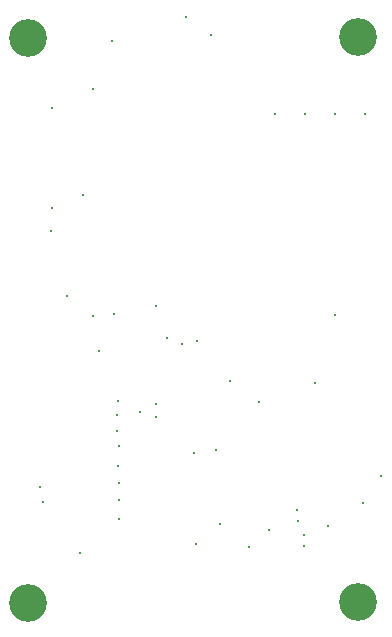
<source format=gbr>
%TF.GenerationSoftware,KiCad,Pcbnew,8.0.7*%
%TF.CreationDate,2025-01-13T12:12:35+05:30*%
%TF.ProjectId,STHDAQ_BX,53544844-4151-45f4-9258-2e6b69636164,rev?*%
%TF.SameCoordinates,Original*%
%TF.FileFunction,Plated,1,2,PTH,Drill*%
%TF.FilePolarity,Positive*%
%FSLAX46Y46*%
G04 Gerber Fmt 4.6, Leading zero omitted, Abs format (unit mm)*
G04 Created by KiCad (PCBNEW 8.0.7) date 2025-01-13 12:12:35*
%MOMM*%
%LPD*%
G01*
G04 APERTURE LIST*
%TA.AperFunction,ViaDrill*%
%ADD10C,0.300000*%
%TD*%
%TA.AperFunction,ComponentDrill*%
%ADD11C,3.200000*%
%TD*%
G04 APERTURE END LIST*
D10*
X174970000Y-122160000D03*
X175230000Y-123480000D03*
X175910000Y-100530000D03*
X175970000Y-98590000D03*
X176030000Y-90080000D03*
X177260000Y-106000000D03*
X178400000Y-127810000D03*
X178600000Y-97480000D03*
X179460000Y-107700000D03*
X179520000Y-88510000D03*
X179948554Y-110631446D03*
X181110000Y-84403900D03*
X181280000Y-107550000D03*
X181540000Y-116120000D03*
X181552500Y-117460000D03*
X181590000Y-114890000D03*
X181619039Y-120409428D03*
X181672500Y-121880000D03*
X181672500Y-123290000D03*
X181702500Y-118730000D03*
X181722500Y-124930000D03*
X183490000Y-115820000D03*
X184832500Y-115180000D03*
X184840000Y-106880000D03*
X184857500Y-116260000D03*
X185720000Y-109550000D03*
X186990000Y-110040000D03*
X187380000Y-82400000D03*
X188070000Y-119300000D03*
X188240000Y-127020000D03*
X188300000Y-109810000D03*
X189510000Y-83880000D03*
X189920000Y-119020000D03*
X190240000Y-125280000D03*
X191100000Y-113210000D03*
X192720000Y-127250000D03*
X193530000Y-114960000D03*
X194390000Y-125820000D03*
X194900000Y-90600000D03*
X196780000Y-124160000D03*
X196820000Y-125040000D03*
X197310000Y-127150000D03*
X197330000Y-126240000D03*
X197440000Y-90600000D03*
X198250000Y-113350000D03*
X199390000Y-125490000D03*
X199930000Y-107600000D03*
X199980000Y-90600000D03*
X202310000Y-123500000D03*
X202520000Y-90600000D03*
X203870000Y-121290000D03*
D11*
%TO.C,H2*%
X174000000Y-84200000D03*
%TO.C,H3*%
X174000000Y-132000000D03*
%TO.C,H1*%
X201900000Y-84100000D03*
%TO.C,H4*%
X201900000Y-131900000D03*
M02*

</source>
